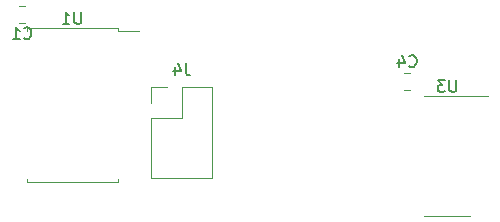
<source format=gbr>
%TF.GenerationSoftware,KiCad,Pcbnew,(5.1.2)-1*%
%TF.CreationDate,2020-03-11T09:00:43+01:00*%
%TF.ProjectId,ArduinoShield_SPIlinedriver_Sync_2V0,41726475-696e-46f5-9368-69656c645f53,rev?*%
%TF.SameCoordinates,Original*%
%TF.FileFunction,Legend,Bot*%
%TF.FilePolarity,Positive*%
%FSLAX46Y46*%
G04 Gerber Fmt 4.6, Leading zero omitted, Abs format (unit mm)*
G04 Created by KiCad (PCBNEW (5.1.2)-1) date 2020-03-11 09:00:43*
%MOMM*%
%LPD*%
G04 APERTURE LIST*
%ADD10C,0.120000*%
%ADD11C,0.150000*%
G04 APERTURE END LIST*
D10*
X154505922Y-83033800D02*
X155023078Y-83033800D01*
X154505922Y-84453800D02*
X155023078Y-84453800D01*
X187632078Y-88698000D02*
X187114922Y-88698000D01*
X187632078Y-90118000D02*
X187114922Y-90118000D01*
X170875000Y-89881400D02*
X168275000Y-89881400D01*
X170875000Y-89881400D02*
X170875000Y-97621400D01*
X170875000Y-97621400D02*
X165675000Y-97621400D01*
X165675000Y-92481400D02*
X165675000Y-97621400D01*
X168275000Y-92481400D02*
X165675000Y-92481400D01*
X168275000Y-89881400D02*
X168275000Y-92481400D01*
X165675000Y-89881400D02*
X165675000Y-91211400D01*
X167005000Y-89881400D02*
X165675000Y-89881400D01*
X159004000Y-97950000D02*
X155144000Y-97950000D01*
X155144000Y-97950000D02*
X155144000Y-97715000D01*
X159004000Y-97950000D02*
X162864000Y-97950000D01*
X162864000Y-97950000D02*
X162864000Y-97715000D01*
X159004000Y-84930000D02*
X155144000Y-84930000D01*
X155144000Y-84930000D02*
X155144000Y-85165000D01*
X159004000Y-84930000D02*
X162864000Y-84930000D01*
X162864000Y-84930000D02*
X162864000Y-85165000D01*
X162864000Y-85165000D02*
X164679000Y-85165000D01*
X190754000Y-90698000D02*
X194204000Y-90698000D01*
X190754000Y-90698000D02*
X188804000Y-90698000D01*
X190754000Y-100818000D02*
X192704000Y-100818000D01*
X190754000Y-100818000D02*
X188804000Y-100818000D01*
D11*
X154931166Y-85750942D02*
X154978785Y-85798561D01*
X155121642Y-85846180D01*
X155216880Y-85846180D01*
X155359738Y-85798561D01*
X155454976Y-85703323D01*
X155502595Y-85608085D01*
X155550214Y-85417609D01*
X155550214Y-85274752D01*
X155502595Y-85084276D01*
X155454976Y-84989038D01*
X155359738Y-84893800D01*
X155216880Y-84846180D01*
X155121642Y-84846180D01*
X154978785Y-84893800D01*
X154931166Y-84941419D01*
X153978785Y-85846180D02*
X154550214Y-85846180D01*
X154264500Y-85846180D02*
X154264500Y-84846180D01*
X154359738Y-84989038D01*
X154454976Y-85084276D01*
X154550214Y-85131895D01*
X187540166Y-88115142D02*
X187587785Y-88162761D01*
X187730642Y-88210380D01*
X187825880Y-88210380D01*
X187968738Y-88162761D01*
X188063976Y-88067523D01*
X188111595Y-87972285D01*
X188159214Y-87781809D01*
X188159214Y-87638952D01*
X188111595Y-87448476D01*
X188063976Y-87353238D01*
X187968738Y-87258000D01*
X187825880Y-87210380D01*
X187730642Y-87210380D01*
X187587785Y-87258000D01*
X187540166Y-87305619D01*
X186683023Y-87543714D02*
X186683023Y-88210380D01*
X186921119Y-87162761D02*
X187159214Y-87877047D01*
X186540166Y-87877047D01*
X168608333Y-87893780D02*
X168608333Y-88608066D01*
X168655952Y-88750923D01*
X168751190Y-88846161D01*
X168894047Y-88893780D01*
X168989285Y-88893780D01*
X167703571Y-88227114D02*
X167703571Y-88893780D01*
X167941666Y-87846161D02*
X168179761Y-88560447D01*
X167560714Y-88560447D01*
X159765904Y-83542380D02*
X159765904Y-84351904D01*
X159718285Y-84447142D01*
X159670666Y-84494761D01*
X159575428Y-84542380D01*
X159384952Y-84542380D01*
X159289714Y-84494761D01*
X159242095Y-84447142D01*
X159194476Y-84351904D01*
X159194476Y-83542380D01*
X158194476Y-84542380D02*
X158765904Y-84542380D01*
X158480190Y-84542380D02*
X158480190Y-83542380D01*
X158575428Y-83685238D01*
X158670666Y-83780476D01*
X158765904Y-83828095D01*
X191515904Y-89310380D02*
X191515904Y-90119904D01*
X191468285Y-90215142D01*
X191420666Y-90262761D01*
X191325428Y-90310380D01*
X191134952Y-90310380D01*
X191039714Y-90262761D01*
X190992095Y-90215142D01*
X190944476Y-90119904D01*
X190944476Y-89310380D01*
X190563523Y-89310380D02*
X189944476Y-89310380D01*
X190277809Y-89691333D01*
X190134952Y-89691333D01*
X190039714Y-89738952D01*
X189992095Y-89786571D01*
X189944476Y-89881809D01*
X189944476Y-90119904D01*
X189992095Y-90215142D01*
X190039714Y-90262761D01*
X190134952Y-90310380D01*
X190420666Y-90310380D01*
X190515904Y-90262761D01*
X190563523Y-90215142D01*
M02*

</source>
